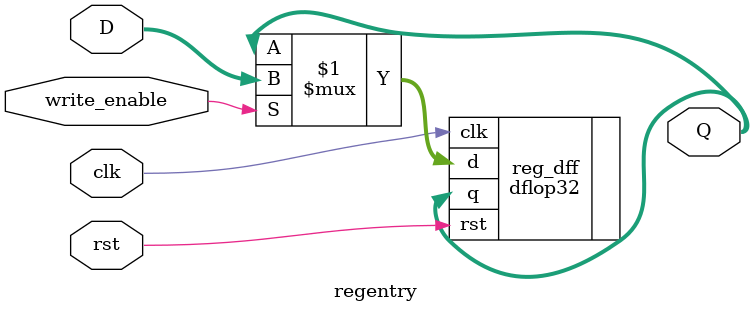
<source format=v>
`timescale 1us/100ns
module regentry(D, clk, rst, write_enable, Q);

    input wire [31:0] D;         // 32-bit data input
    input wire clk;              // Clock
    input wire rst;              // Reset
    input wire write_enable;     // Write enable signal
    output wire [31:0] Q;        // 32-bit data output

    dflop32 reg_dff (
        .q(Q), 
        .d(write_enable ? D : Q),  // If write_enable is high, write data
        .clk(clk), 
        .rst(rst)
    );

endmodule

</source>
